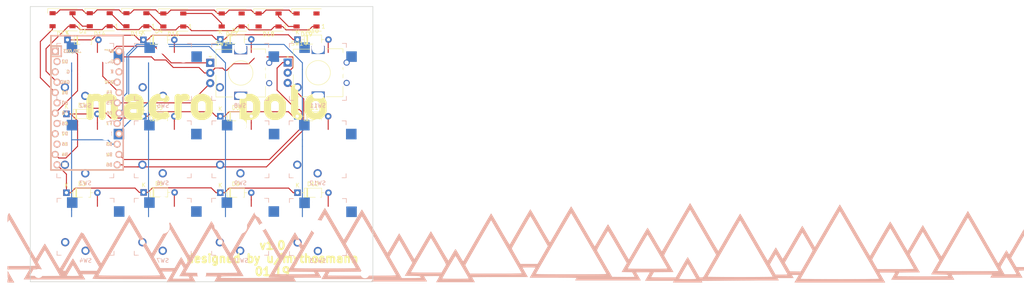
<source format=kicad_pcb>
(kicad_pcb (version 20171130) (host pcbnew "(5.0.2)-1")
  (layers (0 F.Cu signal) (31 B.Cu signal) (34 B.Paste user) (35 F.Paste user) (36 B.SilkS user) (37 F.SilkS user) (38 B.Mask user) (39 F.Mask user) (44 Edge.Cuts user))
  (net 0 "")
  (net 1 "Net-(D1-Pad1)")
  (net 2 "Net-(D1-Pad2)")
  (net 3 "Net-(D2-Pad2)")
  (net 4 "Net-(D11-Pad1)")
  (net 5 "Net-(D3-Pad2)")
  (net 6 "Net-(D12-Pad1)")
  (net 7 "Net-(D4-Pad2)")
  (net 8 "Net-(D5-Pad2)")
  (net 9 "Net-(D6-Pad2)")
  (net 10 "Net-(D7-Pad2)")
  (net 11 "Net-(D8-Pad2)")
  (net 12 "Net-(D9-Pad2)")
  (net 13 "Net-(D10-Pad2)")
  (net 14 "Net-(D11-Pad2)")
  (net 15 "Net-(D12-Pad2)")
  (net 16 "Net-(SW1-PadB)")
  (net 17 "Net-(SW1-PadC)")
  (net 18 "Net-(SW1-PadA)")
  (net 19 "Net-(SW2-Pad2)")
  (net 20 "Net-(SW5-Pad2)")
  (net 21 "Net-(SW10-Pad2)")
  (net 22 "Net-(SW11-Pad2)")
  (net 23 "Net-(SW14-PadA)")
  (net 24 "Net-(SW14-PadB)")
  (net 25 "Net-(U1-Pad24)")
  (net 26 "Net-(U1-Pad22)")
  (net 27 "Net-(U1-Pad6)")
  (net 28 "Net-(U1-Pad2)")
  (net 29 "Net-(U1-Pad1)")
  (net 30 "Net-(U1-Pad10)")
  (net 31 "Net-(U1-Pad9)")
  (net 32 "Net-(U1-Pad3)")
  (net 33 "Net-(U1-Pad8)")
  (net 34 "Net-(D13-Pad3)")
  (net 35 "Net-(D13-Pad4)")
  (net 36 "Net-(D13-Pad2)")
  (net 37 "Net-(D13-Pad1)")
  (net 38 "Net-(D14-Pad2)")
  (net 39 "Net-(D15-Pad2)")
  (net 40 "Net-(D16-Pad2)")
  (net 41 "Net-(D17-Pad2)")
  (net 42 "Net-(D18-Pad2)")
  (net 43 "Net-(D19-Pad2)")
  (module Daprice_Sockets:PG1350_optional-socket (layer F.Cu) (at 58.6105 52.959)
    (fp_text reference SW6 (at 0 8.3) (layer B.SilkS) (effects (justify mirror)))
    (fp_text value SW_Push)
    (pad 2 smd rect (at 8.275 -3.75) (size 2.6 2.6) (layers B.Cu B.Paste B.Mask) (net 20 "Net-(SW5-Pad2)"))
    (pad "" np_thru_hole circle (at 0 -5.95) (size 3 3) (drill 3) (layers *.Cu *.Mask))
    (pad 1 thru_hole circle (at 0 5.9) (size 2.032 2.032) (drill 1.27) (layers *.Cu *.Mask) (net 8 "Net-(D5-Pad2)"))
    (pad 2 thru_hole circle (at -5 3.8) (size 2.032 2.032) (drill 1.27) (layers *.Cu *.Mask) (net 20 "Net-(SW5-Pad2)"))
    (pad "" np_thru_hole circle (at 0 0) (size 3.429 3.429) (drill 3.429) (layers *.Cu *.Mask))
    (pad "" np_thru_hole circle (at 5 -3.75) (size 3 3) (drill 3) (layers *.Cu *.Mask))
    (pad 1 smd rect (at -3.275 -5.95) (size 2.6 2.6) (layers B.Cu B.Paste B.Mask) (net 8 "Net-(D5-Pad2)"))
    (pad "" np_thru_hole circle (at 5.5 0) (size 1.7018 1.7018) (drill 1.7018) (layers *.Cu *.Mask))
    (pad "" np_thru_hole circle (at -5.5 0) (size 1.7018 1.7018) (drill 1.7018) (layers *.Cu *.Mask))
  )
  (module Daprice_Sockets:PG1350_optional-socket (layer F.Cu) (at 39.5605 52.959)
    (fp_text reference SW3 (at 0 8.3) (layer B.SilkS) (effects (justify mirror)))
    (fp_text value SW_Push)
    (pad 2 smd rect (at 8.275 -3.75) (size 2.6 2.6) (layers B.Cu B.Paste B.Mask) (net 19 "Net-(SW2-Pad2)"))
    (pad "" np_thru_hole circle (at 0 -5.95) (size 3 3) (drill 3) (layers *.Cu *.Mask))
    (pad 1 thru_hole circle (at 0 5.9) (size 2.032 2.032) (drill 1.27) (layers *.Cu *.Mask) (net 3 "Net-(D2-Pad2)"))
    (pad 2 thru_hole circle (at -5 3.8) (size 2.032 2.032) (drill 1.27) (layers *.Cu *.Mask) (net 19 "Net-(SW2-Pad2)"))
    (pad "" np_thru_hole circle (at 0 0) (size 3.429 3.429) (drill 3.429) (layers *.Cu *.Mask))
    (pad "" np_thru_hole circle (at 5 -3.75) (size 3 3) (drill 3) (layers *.Cu *.Mask))
    (pad 1 smd rect (at -3.275 -5.95) (size 2.6 2.6) (layers B.Cu B.Paste B.Mask) (net 3 "Net-(D2-Pad2)"))
    (pad "" np_thru_hole circle (at 5.5 0) (size 1.7018 1.7018) (drill 1.7018) (layers *.Cu *.Mask))
    (pad "" np_thru_hole circle (at -5.5 0) (size 1.7018 1.7018) (drill 1.7018) (layers *.Cu *.Mask))
  )
  (module Daprice_Sockets:PG1350_optional-socket (layer F.Cu) (at 39.5605 33.909)
    (fp_text reference SW2 (at 0 8.3) (layer B.SilkS) (effects (justify mirror)))
    (fp_text value SW_Push)
    (pad 2 smd rect (at 8.275 -3.75) (size 2.6 2.6) (layers B.Cu B.Paste B.Mask) (net 19 "Net-(SW2-Pad2)"))
    (pad "" np_thru_hole circle (at 0 -5.95) (size 3 3) (drill 3) (layers *.Cu *.Mask))
    (pad 1 thru_hole circle (at 0 5.9) (size 2.032 2.032) (drill 1.27) (layers *.Cu *.Mask) (net 2 "Net-(D1-Pad2)"))
    (pad 2 thru_hole circle (at -5 3.8) (size 2.032 2.032) (drill 1.27) (layers *.Cu *.Mask) (net 19 "Net-(SW2-Pad2)"))
    (pad "" np_thru_hole circle (at 0 0) (size 3.429 3.429) (drill 3.429) (layers *.Cu *.Mask))
    (pad "" np_thru_hole circle (at 5 -3.75) (size 3 3) (drill 3) (layers *.Cu *.Mask))
    (pad 1 smd rect (at -3.275 -5.95) (size 2.6 2.6) (layers B.Cu B.Paste B.Mask) (net 2 "Net-(D1-Pad2)"))
    (pad "" np_thru_hole circle (at 5.5 0) (size 1.7018 1.7018) (drill 1.7018) (layers *.Cu *.Mask))
    (pad "" np_thru_hole circle (at -5.5 0) (size 1.7018 1.7018) (drill 1.7018) (layers *.Cu *.Mask))
  )
  (module Daprice_Sockets:PG1350_optional-socket (layer F.Cu) (at 39.624 72.009)
    (fp_text reference SW4 (at 0 8.3) (layer B.SilkS) (effects (justify mirror)))
    (fp_text value SW_Push)
    (pad 2 smd rect (at 8.275 -3.75) (size 2.6 2.6) (layers B.Cu B.Paste B.Mask) (net 19 "Net-(SW2-Pad2)"))
    (pad "" np_thru_hole circle (at 0 -5.95) (size 3 3) (drill 3) (layers *.Cu *.Mask))
    (pad 1 thru_hole circle (at 0 5.9) (size 2.032 2.032) (drill 1.27) (layers *.Cu *.Mask) (net 5 "Net-(D3-Pad2)"))
    (pad 2 thru_hole circle (at -5 3.8) (size 2.032 2.032) (drill 1.27) (layers *.Cu *.Mask) (net 19 "Net-(SW2-Pad2)"))
    (pad "" np_thru_hole circle (at 0 0) (size 3.429 3.429) (drill 3.429) (layers *.Cu *.Mask))
    (pad "" np_thru_hole circle (at 5 -3.75) (size 3 3) (drill 3) (layers *.Cu *.Mask))
    (pad 1 smd rect (at -3.275 -5.95) (size 2.6 2.6) (layers B.Cu B.Paste B.Mask) (net 5 "Net-(D3-Pad2)"))
    (pad "" np_thru_hole circle (at 5.5 0) (size 1.7018 1.7018) (drill 1.7018) (layers *.Cu *.Mask))
    (pad "" np_thru_hole circle (at -5.5 0) (size 1.7018 1.7018) (drill 1.7018) (layers *.Cu *.Mask))
  )
  (module Daprice_Sockets:PG1350_optional-socket (layer F.Cu) (at 58.674 33.909)
    (fp_text reference SW5 (at 0 8.3) (layer B.SilkS) (effects (justify mirror)))
    (fp_text value SW_Push)
    (pad 2 smd rect (at 8.275 -3.75) (size 2.6 2.6) (layers B.Cu B.Paste B.Mask) (net 20 "Net-(SW5-Pad2)"))
    (pad "" np_thru_hole circle (at 0 -5.95) (size 3 3) (drill 3) (layers *.Cu *.Mask))
    (pad 1 thru_hole circle (at 0 5.9) (size 2.032 2.032) (drill 1.27) (layers *.Cu *.Mask) (net 7 "Net-(D4-Pad2)"))
    (pad 2 thru_hole circle (at -5 3.8) (size 2.032 2.032) (drill 1.27) (layers *.Cu *.Mask) (net 20 "Net-(SW5-Pad2)"))
    (pad "" np_thru_hole circle (at 0 0) (size 3.429 3.429) (drill 3.429) (layers *.Cu *.Mask))
    (pad "" np_thru_hole circle (at 5 -3.75) (size 3 3) (drill 3) (layers *.Cu *.Mask))
    (pad 1 smd rect (at -3.275 -5.95) (size 2.6 2.6) (layers B.Cu B.Paste B.Mask) (net 7 "Net-(D4-Pad2)"))
    (pad "" np_thru_hole circle (at 5.5 0) (size 1.7018 1.7018) (drill 1.7018) (layers *.Cu *.Mask))
    (pad "" np_thru_hole circle (at -5.5 0) (size 1.7018 1.7018) (drill 1.7018) (layers *.Cu *.Mask))
  )
  (module Daprice_Sockets:PG1350_optional-socket (layer F.Cu) (at 58.6105 72.009)
    (fp_text reference SW7 (at 0 8.3) (layer B.SilkS) (effects (justify mirror)))
    (fp_text value SW_Push)
    (pad 2 smd rect (at 8.275 -3.75) (size 2.6 2.6) (layers B.Cu B.Paste B.Mask) (net 20 "Net-(SW5-Pad2)"))
    (pad "" np_thru_hole circle (at 0 -5.95) (size 3 3) (drill 3) (layers *.Cu *.Mask))
    (pad 1 thru_hole circle (at 0 5.9) (size 2.032 2.032) (drill 1.27) (layers *.Cu *.Mask) (net 9 "Net-(D6-Pad2)"))
    (pad 2 thru_hole circle (at -5 3.8) (size 2.032 2.032) (drill 1.27) (layers *.Cu *.Mask) (net 20 "Net-(SW5-Pad2)"))
    (pad "" np_thru_hole circle (at 0 0) (size 3.429 3.429) (drill 3.429) (layers *.Cu *.Mask))
    (pad "" np_thru_hole circle (at 5 -3.75) (size 3 3) (drill 3) (layers *.Cu *.Mask))
    (pad 1 smd rect (at -3.275 -5.95) (size 2.6 2.6) (layers B.Cu B.Paste B.Mask) (net 9 "Net-(D6-Pad2)"))
    (pad "" np_thru_hole circle (at 5.5 0) (size 1.7018 1.7018) (drill 1.7018) (layers *.Cu *.Mask))
    (pad "" np_thru_hole circle (at -5.5 0) (size 1.7018 1.7018) (drill 1.7018) (layers *.Cu *.Mask))
  )
  (module Daprice_Sockets:PG1350_optional-socket (layer F.Cu) (at 77.6605 33.909)
    (fp_text reference SW8 (at 0 8.3) (layer B.SilkS) (effects (justify mirror)))
    (fp_text value SW_Push)
    (pad 2 smd rect (at 8.275 -3.75) (size 2.6 2.6) (layers B.Cu B.Paste B.Mask) (net 21 "Net-(SW10-Pad2)"))
    (pad "" np_thru_hole circle (at 0 -5.95) (size 3 3) (drill 3) (layers *.Cu *.Mask))
    (pad 1 thru_hole circle (at 0 5.9) (size 2.032 2.032) (drill 1.27) (layers *.Cu *.Mask) (net 10 "Net-(D7-Pad2)"))
    (pad 2 thru_hole circle (at -5 3.8) (size 2.032 2.032) (drill 1.27) (layers *.Cu *.Mask) (net 21 "Net-(SW10-Pad2)"))
    (pad "" np_thru_hole circle (at 0 0) (size 3.429 3.429) (drill 3.429) (layers *.Cu *.Mask))
    (pad "" np_thru_hole circle (at 5 -3.75) (size 3 3) (drill 3) (layers *.Cu *.Mask))
    (pad 1 smd rect (at -3.275 -5.95) (size 2.6 2.6) (layers B.Cu B.Paste B.Mask) (net 10 "Net-(D7-Pad2)"))
    (pad "" np_thru_hole circle (at 5.5 0) (size 1.7018 1.7018) (drill 1.7018) (layers *.Cu *.Mask))
    (pad "" np_thru_hole circle (at -5.5 0) (size 1.7018 1.7018) (drill 1.7018) (layers *.Cu *.Mask))
  )
  (module Daprice_Sockets:PG1350_optional-socket (layer F.Cu) (at 77.724 52.959)
    (fp_text reference SW9 (at 0 8.3) (layer B.SilkS) (effects (justify mirror)))
    (fp_text value SW_Push)
    (pad 2 smd rect (at 8.275 -3.75) (size 2.6 2.6) (layers B.Cu B.Paste B.Mask) (net 21 "Net-(SW10-Pad2)"))
    (pad "" np_thru_hole circle (at 0 -5.95) (size 3 3) (drill 3) (layers *.Cu *.Mask))
    (pad 1 thru_hole circle (at 0 5.9) (size 2.032 2.032) (drill 1.27) (layers *.Cu *.Mask) (net 11 "Net-(D8-Pad2)"))
    (pad 2 thru_hole circle (at -5 3.8) (size 2.032 2.032) (drill 1.27) (layers *.Cu *.Mask) (net 21 "Net-(SW10-Pad2)"))
    (pad "" np_thru_hole circle (at 0 0) (size 3.429 3.429) (drill 3.429) (layers *.Cu *.Mask))
    (pad "" np_thru_hole circle (at 5 -3.75) (size 3 3) (drill 3) (layers *.Cu *.Mask))
    (pad 1 smd rect (at -3.275 -5.95) (size 2.6 2.6) (layers B.Cu B.Paste B.Mask) (net 11 "Net-(D8-Pad2)"))
    (pad "" np_thru_hole circle (at 5.5 0) (size 1.7018 1.7018) (drill 1.7018) (layers *.Cu *.Mask))
    (pad "" np_thru_hole circle (at -5.5 0) (size 1.7018 1.7018) (drill 1.7018) (layers *.Cu *.Mask))
  )
  (module Daprice_Sockets:PG1350_optional-socket (layer F.Cu) (at 77.6605 72.009)
    (fp_text reference SW10 (at 0 8.3) (layer B.SilkS) (effects (justify mirror)))
    (fp_text value SW_Push)
    (pad 2 smd rect (at 8.275 -3.75) (size 2.6 2.6) (layers B.Cu B.Paste B.Mask) (net 21 "Net-(SW10-Pad2)"))
    (pad "" np_thru_hole circle (at 0 -5.95) (size 3 3) (drill 3) (layers *.Cu *.Mask))
    (pad 1 thru_hole circle (at 0 5.9) (size 2.032 2.032) (drill 1.27) (layers *.Cu *.Mask) (net 12 "Net-(D9-Pad2)"))
    (pad 2 thru_hole circle (at -5 3.8) (size 2.032 2.032) (drill 1.27) (layers *.Cu *.Mask) (net 21 "Net-(SW10-Pad2)"))
    (pad "" np_thru_hole circle (at 0 0) (size 3.429 3.429) (drill 3.429) (layers *.Cu *.Mask))
    (pad "" np_thru_hole circle (at 5 -3.75) (size 3 3) (drill 3) (layers *.Cu *.Mask))
    (pad 1 smd rect (at -3.275 -5.95) (size 2.6 2.6) (layers B.Cu B.Paste B.Mask) (net 12 "Net-(D9-Pad2)"))
    (pad "" np_thru_hole circle (at 5.5 0) (size 1.7018 1.7018) (drill 1.7018) (layers *.Cu *.Mask))
    (pad "" np_thru_hole circle (at -5.5 0) (size 1.7018 1.7018) (drill 1.7018) (layers *.Cu *.Mask))
  )
  (module Daprice_Sockets:PG1350_optional-socket (layer F.Cu) (at 96.774 33.909)
    (fp_text reference SW11 (at 0 8.3) (layer B.SilkS) (effects (justify mirror)))
    (fp_text value SW_Push)
    (pad 2 smd rect (at 8.275 -3.75) (size 2.6 2.6) (layers B.Cu B.Paste B.Mask) (net 22 "Net-(SW11-Pad2)"))
    (pad "" np_thru_hole circle (at 0 -5.95) (size 3 3) (drill 3) (layers *.Cu *.Mask))
    (pad 1 thru_hole circle (at 0 5.9) (size 2.032 2.032) (drill 1.27) (layers *.Cu *.Mask) (net 13 "Net-(D10-Pad2)"))
    (pad 2 thru_hole circle (at -5 3.8) (size 2.032 2.032) (drill 1.27) (layers *.Cu *.Mask) (net 22 "Net-(SW11-Pad2)"))
    (pad "" np_thru_hole circle (at 0 0) (size 3.429 3.429) (drill 3.429) (layers *.Cu *.Mask))
    (pad "" np_thru_hole circle (at 5 -3.75) (size 3 3) (drill 3) (layers *.Cu *.Mask))
    (pad 1 smd rect (at -3.275 -5.95) (size 2.6 2.6) (layers B.Cu B.Paste B.Mask) (net 13 "Net-(D10-Pad2)"))
    (pad "" np_thru_hole circle (at 5.5 0) (size 1.7018 1.7018) (drill 1.7018) (layers *.Cu *.Mask))
    (pad "" np_thru_hole circle (at -5.5 0) (size 1.7018 1.7018) (drill 1.7018) (layers *.Cu *.Mask))
  )
  (module Daprice_Sockets:PG1350_optional-socket (layer F.Cu) (at 96.7105 52.959)
    (fp_text reference SW12 (at 0 8.3) (layer B.SilkS) (effects (justify mirror)))
    (fp_text value SW_Push)
    (pad 2 smd rect (at 8.275 -3.75) (size 2.6 2.6) (layers B.Cu B.Paste B.Mask) (net 22 "Net-(SW11-Pad2)"))
    (pad "" np_thru_hole circle (at 0 -5.95) (size 3 3) (drill 3) (layers *.Cu *.Mask))
    (pad 1 thru_hole circle (at 0 5.9) (size 2.032 2.032) (drill 1.27) (layers *.Cu *.Mask) (net 14 "Net-(D11-Pad2)"))
    (pad 2 thru_hole circle (at -5 3.8) (size 2.032 2.032) (drill 1.27) (layers *.Cu *.Mask) (net 22 "Net-(SW11-Pad2)"))
    (pad "" np_thru_hole circle (at 0 0) (size 3.429 3.429) (drill 3.429) (layers *.Cu *.Mask))
    (pad "" np_thru_hole circle (at 5 -3.75) (size 3 3) (drill 3) (layers *.Cu *.Mask))
    (pad 1 smd rect (at -3.275 -5.95) (size 2.6 2.6) (layers B.Cu B.Paste B.Mask) (net 14 "Net-(D11-Pad2)"))
    (pad "" np_thru_hole circle (at 5.5 0) (size 1.7018 1.7018) (drill 1.7018) (layers *.Cu *.Mask))
    (pad "" np_thru_hole circle (at -5.5 0) (size 1.7018 1.7018) (drill 1.7018) (layers *.Cu *.Mask))
  )
  (module Daprice_Sockets:PG1350_optional-socket (layer F.Cu) (at 96.774 72.0725)
    (fp_text reference SW13 (at 0 8.3) (layer B.SilkS) (effects (justify mirror)))
    (fp_text value SW_Push)
    (pad 2 smd rect (at 8.275 -3.75) (size 2.6 2.6) (layers B.Cu B.Paste B.Mask) (net 22 "Net-(SW11-Pad2)"))
    (pad "" np_thru_hole circle (at 0 -5.95) (size 3 3) (drill 3) (layers *.Cu *.Mask))
    (pad 1 thru_hole circle (at 0 5.9) (size 2.032 2.032) (drill 1.27) (layers *.Cu *.Mask) (net 15 "Net-(D12-Pad2)"))
    (pad 2 thru_hole circle (at -5 3.8) (size 2.032 2.032) (drill 1.27) (layers *.Cu *.Mask) (net 22 "Net-(SW11-Pad2)"))
    (pad "" np_thru_hole circle (at 0 0) (size 3.429 3.429) (drill 3.429) (layers *.Cu *.Mask))
    (pad "" np_thru_hole circle (at 5 -3.75) (size 3 3) (drill 3) (layers *.Cu *.Mask))
    (pad 1 smd rect (at -3.275 -5.95) (size 2.6 2.6) (layers B.Cu B.Paste B.Mask) (net 15 "Net-(D12-Pad2)"))
    (pad "" np_thru_hole circle (at 5.5 0) (size 1.7018 1.7018) (drill 1.7018) (layers *.Cu *.Mask))
    (pad "" np_thru_hole circle (at -5.5 0) (size 1.7018 1.7018) (drill 1.7018) (layers *.Cu *.Mask))
  )
  (module Diode_THT:D_DO-35_SOD27_P7.62mm_Horizontal (layer F.Cu) (at 35.179 26.035)
    (fp_text reference D1 (at 3.81 -2.12) (layer F.SilkS))
    (fp_text value D)
    (fp_text user K (at 0 -1.8) (layer F.SilkS))
    (pad 1 thru_hole rect (at 0 0) (size 1.6 1.6) (drill 0.8) (layers *.Cu *.Mask) (net 1 "Net-(D1-Pad1)"))
    (pad 2 thru_hole oval (at 7.62 0) (size 1.6 1.6) (drill 0.8) (layers *.Cu *.Mask) (net 2 "Net-(D1-Pad2)"))
  )
  (module Diode_THT:D_DO-35_SOD27_P7.62mm_Horizontal (layer F.Cu) (at 34.925 44.2595)
    (fp_text reference D2 (at 3.81 -2.12) (layer F.SilkS))
    (fp_text value D)
    (fp_text user K (at 0 -1.8) (layer F.SilkS))
    (pad 2 thru_hole oval (at 7.62 0) (size 1.6 1.6) (drill 0.8) (layers *.Cu *.Mask) (net 3 "Net-(D2-Pad2)"))
    (pad 1 thru_hole rect (at 0 0) (size 1.6 1.6) (drill 0.8) (layers *.Cu *.Mask) (net 4 "Net-(D11-Pad1)"))
  )
  (module Diode_THT:D_DO-35_SOD27_P7.62mm_Horizontal (layer F.Cu) (at 34.925 63.627)
    (fp_text reference D3 (at 3.81 -2.12) (layer F.SilkS))
    (fp_text value D)
    (fp_text user K (at 0 -1.8) (layer F.SilkS))
    (pad 2 thru_hole oval (at 7.62 0) (size 1.6 1.6) (drill 0.8) (layers *.Cu *.Mask) (net 5 "Net-(D3-Pad2)"))
    (pad 1 thru_hole rect (at 0 0) (size 1.6 1.6) (drill 0.8) (layers *.Cu *.Mask) (net 6 "Net-(D12-Pad1)"))
  )
  (module Diode_THT:D_DO-35_SOD27_P7.62mm_Horizontal (layer F.Cu) (at 53.848 26.035)
    (fp_text reference D4 (at 3.81 -2.12) (layer F.SilkS))
    (fp_text value D)
    (fp_text user K (at 0 -1.8) (layer F.SilkS))
    (pad 1 thru_hole rect (at 0 0) (size 1.6 1.6) (drill 0.8) (layers *.Cu *.Mask) (net 1 "Net-(D1-Pad1)"))
    (pad 2 thru_hole oval (at 7.62 0) (size 1.6 1.6) (drill 0.8) (layers *.Cu *.Mask) (net 7 "Net-(D4-Pad2)"))
  )
  (module Diode_THT:D_DO-35_SOD27_P7.62mm_Horizontal (layer F.Cu) (at 53.848 44.831)
    (fp_text reference D5 (at 3.81 -2.12) (layer F.SilkS))
    (fp_text value D)
    (fp_text user K (at 0 -1.8) (layer F.SilkS))
    (pad 1 thru_hole rect (at 0 0) (size 1.6 1.6) (drill 0.8) (layers *.Cu *.Mask) (net 4 "Net-(D11-Pad1)"))
    (pad 2 thru_hole oval (at 7.62 0) (size 1.6 1.6) (drill 0.8) (layers *.Cu *.Mask) (net 8 "Net-(D5-Pad2)"))
  )
  (module Diode_THT:D_DO-35_SOD27_P7.62mm_Horizontal (layer F.Cu) (at 53.9115 63.5635)
    (fp_text reference D6 (at 3.81 -2.12) (layer F.SilkS))
    (fp_text value D)
    (fp_text user K (at 0 -1.8) (layer F.SilkS))
    (pad 1 thru_hole rect (at 0 0) (size 1.6 1.6) (drill 0.8) (layers *.Cu *.Mask) (net 6 "Net-(D12-Pad1)"))
    (pad 2 thru_hole oval (at 7.62 0) (size 1.6 1.6) (drill 0.8) (layers *.Cu *.Mask) (net 9 "Net-(D6-Pad2)"))
  )
  (module Diode_THT:D_DO-35_SOD27_P7.62mm_Horizontal (layer F.Cu) (at 72.771 25.908)
    (fp_text reference D7 (at 3.81 -2.12) (layer F.SilkS))
    (fp_text value D)
    (fp_text user K (at 0 -1.8) (layer F.SilkS))
    (pad 1 thru_hole rect (at 0 0) (size 1.6 1.6) (drill 0.8) (layers *.Cu *.Mask) (net 1 "Net-(D1-Pad1)"))
    (pad 2 thru_hole oval (at 7.62 0) (size 1.6 1.6) (drill 0.8) (layers *.Cu *.Mask) (net 10 "Net-(D7-Pad2)"))
  )
  (module Diode_THT:D_DO-35_SOD27_P7.62mm_Horizontal (layer F.Cu) (at 72.771 44.831)
    (fp_text reference D8 (at 3.81 -2.12) (layer F.SilkS))
    (fp_text value D)
    (fp_text user K (at 0 -1.8) (layer F.SilkS))
    (pad 2 thru_hole oval (at 7.62 0) (size 1.6 1.6) (drill 0.8) (layers *.Cu *.Mask) (net 11 "Net-(D8-Pad2)"))
    (pad 1 thru_hole rect (at 0 0) (size 1.6 1.6) (drill 0.8) (layers *.Cu *.Mask) (net 4 "Net-(D11-Pad1)"))
  )
  (module Diode_THT:D_DO-35_SOD27_P7.62mm_Horizontal (layer F.Cu) (at 72.771 63.627)
    (fp_text reference D9 (at 3.81 -2.12) (layer F.SilkS))
    (fp_text value D)
    (fp_text user K (at 0 -1.8) (layer F.SilkS))
    (pad 2 thru_hole oval (at 7.62 0) (size 1.6 1.6) (drill 0.8) (layers *.Cu *.Mask) (net 12 "Net-(D9-Pad2)"))
    (pad 1 thru_hole rect (at 0 0) (size 1.6 1.6) (drill 0.8) (layers *.Cu *.Mask) (net 6 "Net-(D12-Pad1)"))
  )
  (module Diode_THT:D_DO-35_SOD27_P7.62mm_Horizontal (layer F.Cu) (at 91.7575 25.9715)
    (fp_text reference D10 (at 3.81 -2.12) (layer F.SilkS))
    (fp_text value D)
    (fp_text user K (at 0 -1.8) (layer F.SilkS))
    (pad 2 thru_hole oval (at 7.62 0) (size 1.6 1.6) (drill 0.8) (layers *.Cu *.Mask) (net 13 "Net-(D10-Pad2)"))
    (pad 1 thru_hole rect (at 0 0) (size 1.6 1.6) (drill 0.8) (layers *.Cu *.Mask) (net 1 "Net-(D1-Pad1)"))
  )
  (module Diode_THT:D_DO-35_SOD27_P7.62mm_Horizontal (layer F.Cu) (at 91.694 44.831)
    (fp_text reference D11 (at 3.81 -2.12) (layer F.SilkS))
    (fp_text value D)
    (fp_text user K (at 0 -1.8) (layer F.SilkS))
    (pad 1 thru_hole rect (at 0 0) (size 1.6 1.6) (drill 0.8) (layers *.Cu *.Mask) (net 4 "Net-(D11-Pad1)"))
    (pad 2 thru_hole oval (at 7.62 0) (size 1.6 1.6) (drill 0.8) (layers *.Cu *.Mask) (net 14 "Net-(D11-Pad2)"))
  )
  (module Diode_THT:D_DO-35_SOD27_P7.62mm_Horizontal (layer F.Cu) (at 91.7575 63.627)
    (fp_text reference D12 (at 3.81 -2.12) (layer F.SilkS))
    (fp_text value D)
    (fp_text user K (at 0 -1.8) (layer F.SilkS))
    (pad 2 thru_hole oval (at 7.62 0) (size 1.6 1.6) (drill 0.8) (layers *.Cu *.Mask) (net 15 "Net-(D12-Pad2)"))
    (pad 1 thru_hole rect (at 0 0) (size 1.6 1.6) (drill 0.8) (layers *.Cu *.Mask) (net 6 "Net-(D12-Pad1)"))
  )
  (module Rotary_Encoder:RotaryEncoder_Alps_EC11E_Vertical_H20mm (layer F.Cu) (at 70.2945 31.6865)
    (fp_text reference SW1 (at 2.8 -4.7) (layer F.SilkS))
    (fp_text value Rotary_Encoder)
    (pad "" thru_hole circle (at 14.5 5) (size 1.5 1.5) (drill 1) (layers *.Cu *.Mask))
    (pad "" thru_hole circle (at 14.5 0) (size 1.5 1.5) (drill 1) (layers *.Cu *.Mask))
    (pad MP thru_hole rect (at 7.5 8.1) (size 3.2 2) (drill oval 2.8 1.5) (layers *.Cu *.Mask))
    (pad MP thru_hole rect (at 7.5 -3.1) (size 3.2 2) (drill oval 2.8 1.5) (layers *.Cu *.Mask))
    (pad B thru_hole circle (at 0 5) (size 2 2) (drill 1) (layers *.Cu *.Mask) (net 16 "Net-(SW1-PadB)"))
    (pad C thru_hole circle (at 0 2.5) (size 2 2) (drill 1) (layers *.Cu *.Mask) (net 17 "Net-(SW1-PadC)"))
    (pad A thru_hole rect (at 0 0) (size 2 2) (drill 1) (layers *.Cu *.Mask) (net 18 "Net-(SW1-PadA)"))
  )
  (module Rotary_Encoder:RotaryEncoder_Alps_EC11E_Vertical_H20mm (layer F.Cu) (at 89.3445 31.623)
    (fp_text reference SW14 (at 2.8 -4.7) (layer F.SilkS))
    (fp_text value Rotary_Encoder)
    (pad A thru_hole rect (at 0 0) (size 2 2) (drill 1) (layers *.Cu *.Mask) (net 23 "Net-(SW14-PadA)"))
    (pad C thru_hole circle (at 0 2.5) (size 2 2) (drill 1) (layers *.Cu *.Mask) (net 17 "Net-(SW1-PadC)"))
    (pad B thru_hole circle (at 0 5) (size 2 2) (drill 1) (layers *.Cu *.Mask) (net 24 "Net-(SW14-PadB)"))
    (pad MP thru_hole rect (at 7.5 -3.1) (size 3.2 2) (drill oval 2.8 1.5) (layers *.Cu *.Mask))
    (pad MP thru_hole rect (at 7.5 8.1) (size 3.2 2) (drill oval 2.8 1.5) (layers *.Cu *.Mask))
    (pad "" thru_hole circle (at 14.5 0) (size 1.5 1.5) (drill 1) (layers *.Cu *.Mask))
    (pad "" thru_hole circle (at 14.5 5) (size 1.5 1.5) (drill 1) (layers *.Cu *.Mask))
  )
  (module Keebio:ArduinoProMicro-ZigZag (layer F.Cu) (at 40.005 42.799 270)
    (fp_text reference U1 hide)
    (fp_text value ProMicro hide)
    (fp_text user ST (at -8.91 -5.04) (layer B.SilkS) (effects (font (size 0.8 0.8)) (justify mirror)))
    (fp_text user TX0/D3 (at -13.97 3.571872) (layer F.SilkS) (effects (font (size 0.8 0.8))))
    (fp_text user TX0/D3 (at -13.97 3.571872) (layer B.SilkS) (effects (font (size 0.8 0.8)) (justify mirror)))
    (fp_text user D2 (at -11.43 5.461) (layer F.SilkS) (effects (font (size 0.8 0.8))))
    (fp_text user D0 (at -1.27 5.461) (layer F.SilkS) (effects (font (size 0.8 0.8))))
    (fp_text user D1 (at -3.81 5.461) (layer F.SilkS) (effects (font (size 0.8 0.8))))
    (fp_text user GND (at -6.35 5.461) (layer F.SilkS) (effects (font (size 0.8 0.8))))
    (fp_text user GND (at -8.89 5.461) (layer F.SilkS) (effects (font (size 0.8 0.8))))
    (fp_text user D4 (at 1.27 5.461) (layer F.SilkS) (effects (font (size 0.8 0.8))))
    (fp_text user C6 (at 3.81 5.461) (layer F.SilkS) (effects (font (size 0.8 0.8))))
    (fp_text user D7 (at 6.35 5.461) (layer F.SilkS) (effects (font (size 0.8 0.8))))
    (fp_text user E6 (at 8.89 5.461) (layer F.SilkS) (effects (font (size 0.8 0.8))))
    (fp_text user B4 (at 11.43 5.461) (layer F.SilkS) (effects (font (size 0.8 0.8))))
    (fp_text user B5 (at 13.97 5.461) (layer F.SilkS) (effects (font (size 0.8 0.8))))
    (fp_text user B6 (at 13.97 -5.461) (layer F.SilkS) (effects (font (size 0.8 0.8))))
    (fp_text user B2 (at 11.43 -5.461) (layer B.SilkS) (effects (font (size 0.8 0.8)) (justify mirror)))
    (fp_text user B3 (at 8.89 -5.461) (layer F.SilkS) (effects (font (size 0.8 0.8))))
    (fp_text user B1 (at 6.35 -5.461) (layer F.SilkS) (effects (font (size 0.8 0.8))))
    (fp_text user F7 (at 3.81 -5.461) (layer B.SilkS) (effects (font (size 0.8 0.8)) (justify mirror)))
    (fp_text user F6 (at 1.27 -5.461) (layer B.SilkS) (effects (font (size 0.8 0.8)) (justify mirror)))
    (fp_text user F5 (at -1.27 -5.461) (layer B.SilkS) (effects (font (size 0.8 0.8)) (justify mirror)))
    (fp_text user F4 (at -3.81 -5.461) (layer F.SilkS) (effects (font (size 0.8 0.8))))
    (fp_text user VCC (at -6.35 -5.461) (layer F.SilkS) (effects (font (size 0.8 0.8))))
    (fp_text user ST (at -8.92 -5.73312) (layer F.SilkS) (effects (font (size 0.8 0.8))))
    (fp_text user GND (at -11.43 -5.461) (layer F.SilkS) (effects (font (size 0.8 0.8))))
    (fp_text user RAW (at -13.97 -5.461) (layer F.SilkS) (effects (font (size 0.8 0.8))))
    (fp_text user RAW (at -13.97 -5.461) (layer B.SilkS) (effects (font (size 0.8 0.8)) (justify mirror)))
    (fp_text user GND (at -11.43 -5.461) (layer B.SilkS) (effects (font (size 0.8 0.8)) (justify mirror)))
    (fp_text user VCC (at -6.35 -5.461) (layer B.SilkS) (effects (font (size 0.8 0.8)) (justify mirror)))
    (fp_text user F4 (at -3.81 -5.461) (layer B.SilkS) (effects (font (size 0.8 0.8)) (justify mirror)))
    (fp_text user F5 (at -1.27 -5.461) (layer F.SilkS) (effects (font (size 0.8 0.8))))
    (fp_text user F6 (at 1.27 -5.461) (layer F.SilkS) (effects (font (size 0.8 0.8))))
    (fp_text user F7 (at 3.81 -5.461) (layer F.SilkS) (effects (font (size 0.8 0.8))))
    (fp_text user B1 (at 6.35 -5.461) (layer B.SilkS) (effects (font (size 0.8 0.8)) (justify mirror)))
    (fp_text user B3 (at 8.89 -5.461) (layer B.SilkS) (effects (font (size 0.8 0.8)) (justify mirror)))
    (fp_text user B2 (at 11.43 -5.461) (layer F.SilkS) (effects (font (size 0.8 0.8))))
    (fp_text user B6 (at 13.97 -5.461) (layer B.SilkS) (effects (font (size 0.8 0.8)) (justify mirror)))
    (fp_text user B5 (at 13.97 5.461) (layer B.SilkS) (effects (font (size 0.8 0.8)) (justify mirror)))
    (fp_text user B4 (at 11.43 5.461) (layer B.SilkS) (effects (font (size 0.8 0.8)) (justify mirror)))
    (fp_text user E6 (at 8.89 5.461) (layer B.SilkS) (effects (font (size 0.8 0.8)) (justify mirror)))
    (fp_text user D7 (at 6.35 5.461) (layer B.SilkS) (effects (font (size 0.8 0.8)) (justify mirror)))
    (fp_text user C6 (at 3.81 5.461) (layer B.SilkS) (effects (font (size 0.8 0.8)) (justify mirror)))
    (fp_text user D4 (at 1.27 5.461) (layer B.SilkS) (effects (font (size 0.8 0.8)) (justify mirror)))
    (fp_text user GND (at -8.89 5.461) (layer B.SilkS) (effects (font (size 0.8 0.8)) (justify mirror)))
    (fp_text user GND (at -6.35 5.461) (layer B.SilkS) (effects (font (size 0.8 0.8)) (justify mirror)))
    (fp_text user D1 (at -3.81 5.461) (layer B.SilkS) (effects (font (size 0.8 0.8)) (justify mirror)))
    (fp_text user D0 (at -1.27 5.461) (layer B.SilkS) (effects (font (size 0.8 0.8)) (justify mirror)))
    (fp_text user D2 (at -11.43 5.461) (layer B.SilkS) (effects (font (size 0.8 0.8)) (justify mirror)))
    (pad 24 thru_hole circle (at -13.97 -7.8486 270) (size 1.7526 1.7526) (drill 1.0922) (layers *.Cu *.SilkS *.Mask) (net 25 "Net-(U1-Pad24)"))
    (pad 12 thru_hole circle (at 13.97 7.3914 270) (size 1.7526 1.7526) (drill 1.0922) (layers *.Cu *.SilkS *.Mask) (net 6 "Net-(D12-Pad1)"))
    (pad 23 thru_hole circle (at -11.43 -7.3914 270) (size 1.7526 1.7526) (drill 1.0922) (layers *.Cu *.SilkS *.Mask) (net 17 "Net-(SW1-PadC)"))
    (pad 22 thru_hole circle (at -8.89 -7.8486 270) (size 1.7526 1.7526) (drill 1.0922) (layers *.Cu *.SilkS *.Mask) (net 26 "Net-(U1-Pad22)"))
    (pad 21 thru_hole circle (at -6.35 -7.3914 270) (size 1.7526 1.7526) (drill 1.0922) (layers *.Cu *.SilkS *.Mask) (net 34 "Net-(D13-Pad3)"))
    (pad 20 thru_hole circle (at -3.81 -7.8486 270) (size 1.7526 1.7526) (drill 1.0922) (layers *.Cu *.SilkS *.Mask) (net 18 "Net-(SW1-PadA)"))
    (pad 19 thru_hole circle (at -1.27 -7.3914 270) (size 1.7526 1.7526) (drill 1.0922) (layers *.Cu *.SilkS *.Mask) (net 16 "Net-(SW1-PadB)"))
    (pad 18 thru_hole circle (at 1.27 -7.8486 270) (size 1.7526 1.7526) (drill 1.0922) (layers *.Cu *.SilkS *.Mask) (net 22 "Net-(SW11-Pad2)"))
    (pad 17 thru_hole circle (at 3.81 -7.3914 270) (size 1.7526 1.7526) (drill 1.0922) (layers *.Cu *.SilkS *.Mask) (net 21 "Net-(SW10-Pad2)"))
    (pad 16 thru_hole circle (at 6.35 -7.8486 270) (size 1.7526 1.7526) (drill 1.0922) (layers *.Cu *.SilkS *.Mask) (net 20 "Net-(SW5-Pad2)"))
    (pad 15 thru_hole circle (at 8.89 -7.3914 270) (size 1.7526 1.7526) (drill 1.0922) (layers *.Cu *.SilkS *.Mask) (net 19 "Net-(SW2-Pad2)"))
    (pad 14 thru_hole circle (at 11.43 -7.8486 270) (size 1.7526 1.7526) (drill 1.0922) (layers *.Cu *.SilkS *.Mask) (net 23 "Net-(SW14-PadA)"))
    (pad 13 thru_hole circle (at 13.97 -7.3914 270) (size 1.7526 1.7526) (drill 1.0922) (layers *.Cu *.SilkS *.Mask) (net 24 "Net-(SW14-PadB)"))
    (pad 11 thru_hole circle (at 11.43 7.8486 270) (size 1.7526 1.7526) (drill 1.0922) (layers *.Cu *.SilkS *.Mask) (net 4 "Net-(D11-Pad1)"))
    (pad 10 thru_hole circle (at 8.89 7.3914 270) (size 1.7526 1.7526) (drill 1.0922) (layers *.Cu *.SilkS *.Mask) (net 30 "Net-(U1-Pad10)"))
    (pad 9 thru_hole circle (at 6.35 7.8486 270) (size 1.7526 1.7526) (drill 1.0922) (layers *.Cu *.SilkS *.Mask) (net 31 "Net-(U1-Pad9)"))
    (pad 8 thru_hole circle (at 3.81 7.3914 270) (size 1.7526 1.7526) (drill 1.0922) (layers *.Cu *.SilkS *.Mask) (net 33 "Net-(U1-Pad8)"))
    (pad 7 thru_hole circle (at 1.27 7.8486 270) (size 1.7526 1.7526) (drill 1.0922) (layers *.Cu *.SilkS *.Mask) (net 1 "Net-(D1-Pad1)"))
    (pad 6 thru_hole circle (at -1.27 7.3914 270) (size 1.7526 1.7526) (drill 1.0922) (layers *.Cu *.SilkS *.Mask) (net 27 "Net-(U1-Pad6)"))
    (pad 5 thru_hole circle (at -3.81 7.8486 270) (size 1.7526 1.7526) (drill 1.0922) (layers *.Cu *.SilkS *.Mask) (net 35 "Net-(D13-Pad4)"))
    (pad 4 thru_hole circle (at -6.35 7.3914 270) (size 1.7526 1.7526) (drill 1.0922) (layers *.Cu *.SilkS *.Mask) (net 37 "Net-(D13-Pad1)"))
    (pad 3 thru_hole circle (at -8.89 7.8486 270) (size 1.7526 1.7526) (drill 1.0922) (layers *.Cu *.SilkS *.Mask) (net 32 "Net-(U1-Pad3)"))
    (pad 2 thru_hole circle (at -11.43 7.3914 270) (size 1.7526 1.7526) (drill 1.0922) (layers *.Cu *.SilkS *.Mask) (net 28 "Net-(U1-Pad2)"))
    (pad 1 thru_hole rect (at -13.97 7.8486 270) (size 1.7526 1.7526) (drill 1.0922) (layers *.Cu *.SilkS *.Mask) (net 29 "Net-(U1-Pad1)"))
  )
  (module MountingHole:MountingHole_2.2mm_M2 (layer F.Cu) (at 28.067 22.352)
    (fp_text reference REF** hide)
    (fp_text value MountingHole_2.2mm_M2)
    (pad 1 np_thru_hole circle (at 0 0) (size 2.2 2.2) (drill 2.2) (layers *.Cu *.Mask))
  )
  (module MountingHole:MountingHole_2.2mm_M2 (layer F.Cu) (at 68.1355 22.352)
    (fp_text reference REF** hide)
    (fp_text value MountingHole_2.2mm_M2)
    (pad 1 np_thru_hole circle (at 0 0) (size 2.2 2.2) (drill 2.2) (layers *.Cu *.Mask))
  )
  (module MountingHole:MountingHole_2.2mm_M2 (layer F.Cu) (at 108.204 22.4155)
    (fp_text reference REF** hide)
    (fp_text value MountingHole_2.2mm_M2)
    (pad 1 np_thru_hole circle (at 0 0) (size 2.2 2.2) (drill 2.2) (layers *.Cu *.Mask))
  )
  (module MountingHole:MountingHole_2.2mm_M2 (layer F.Cu) (at 108.331 83.566)
    (fp_text reference REF** hide)
    (fp_text value MountingHole_2.2mm_M2)
    (pad 1 np_thru_hole circle (at 0 0) (size 2.2 2.2) (drill 2.2) (layers *.Cu *.Mask))
  )
  (module MountingHole:MountingHole_2.2mm_M2 (layer F.Cu) (at 68.199 83.566)
    (fp_text reference REF** hide)
    (fp_text value MountingHole_2.2mm_M2)
    (pad 1 np_thru_hole circle (at 0 0) (size 2.2 2.2) (drill 2.2) (layers *.Cu *.Mask))
  )
  (module MountingHole:MountingHole_2.2mm_M2 (layer F.Cu) (at 28.067 83.5025)
    (fp_text reference REF** hide)
    (fp_text value MountingHole_2.2mm_M2)
    (pad 1 np_thru_hole circle (at 0 0) (size 2.2 2.2) (drill 2.2) (layers *.Cu *.Mask))
  )
  (module 4x5macro:forest (layer B.Cu) (at 145.4785 76.073 180)
    (fp_text reference G*** hide)
    (fp_text value LOGO hide)
  )
  (module LED_SMD:LED_WS2812B_PLCC4_5.0x5.0mm_P3.2mm (layer F.Cu) (at 33.9725 21.082 180)
    (fp_text reference D13 (at 0 -3.5 180) (layer F.SilkS))
    (fp_text value WS2812B)
    (fp_text user 1 (at -4.15 -1.6 180) (layer F.SilkS))
    (pad 3 smd rect (at 2.45 1.6 180) (size 1.5 1) (layers F.Cu F.Paste F.Mask) (net 34 "Net-(D13-Pad3)"))
    (pad 4 smd rect (at 2.45 -1.6 180) (size 1.5 1) (layers F.Cu F.Paste F.Mask) (net 35 "Net-(D13-Pad4)"))
    (pad 2 smd rect (at -2.45 1.6 180) (size 1.5 1) (layers F.Cu F.Paste F.Mask) (net 36 "Net-(D13-Pad2)"))
    (pad 1 smd rect (at -2.45 -1.6 180) (size 1.5 1) (layers F.Cu F.Paste F.Mask) (net 37 "Net-(D13-Pad1)"))
  )
  (module LED_SMD:LED_WS2812B_PLCC4_5.0x5.0mm_P3.2mm (layer F.Cu) (at 43.1165 21.082 180)
    (fp_text reference D14 (at 0 -3.5 180) (layer F.SilkS))
    (fp_text value WS2812B)
    (fp_text user 1 (at -4.15 -1.6 180) (layer F.SilkS))
    (pad 1 smd rect (at -2.45 -1.6 180) (size 1.5 1) (layers F.Cu F.Paste F.Mask) (net 37 "Net-(D13-Pad1)"))
    (pad 2 smd rect (at -2.45 1.6 180) (size 1.5 1) (layers F.Cu F.Paste F.Mask) (net 38 "Net-(D14-Pad2)"))
    (pad 4 smd rect (at 2.45 -1.6 180) (size 1.5 1) (layers F.Cu F.Paste F.Mask) (net 36 "Net-(D13-Pad2)"))
    (pad 3 smd rect (at 2.45 1.6 180) (size 1.5 1) (layers F.Cu F.Paste F.Mask) (net 34 "Net-(D13-Pad3)"))
  )
  (module LED_SMD:LED_WS2812B_PLCC4_5.0x5.0mm_P3.2mm (layer F.Cu) (at 52.1335 21.082 180)
    (fp_text reference D15 (at 0 -3.5 180) (layer F.SilkS))
    (fp_text value WS2812B)
    (fp_text user 1 (at -4.15 -1.6 180) (layer F.SilkS))
    (pad 3 smd rect (at 2.45 1.6 180) (size 1.5 1) (layers F.Cu F.Paste F.Mask) (net 34 "Net-(D13-Pad3)"))
    (pad 4 smd rect (at 2.45 -1.6 180) (size 1.5 1) (layers F.Cu F.Paste F.Mask) (net 38 "Net-(D14-Pad2)"))
    (pad 2 smd rect (at -2.45 1.6 180) (size 1.5 1) (layers F.Cu F.Paste F.Mask) (net 39 "Net-(D15-Pad2)"))
    (pad 1 smd rect (at -2.45 -1.6 180) (size 1.5 1) (layers F.Cu F.Paste F.Mask) (net 37 "Net-(D13-Pad1)"))
  )
  (module LED_SMD:LED_WS2812B_PLCC4_5.0x5.0mm_P3.2mm (layer F.Cu) (at 61.214 21.1455 180)
    (fp_text reference D16 (at 0 -3.5 180) (layer F.SilkS))
    (fp_text value WS2812B)
    (fp_text user 1 (at -4.15 -1.6 180) (layer F.SilkS))
    (pad 1 smd rect (at -2.45 -1.6 180) (size 1.5 1) (layers F.Cu F.Paste F.Mask) (net 37 "Net-(D13-Pad1)"))
    (pad 2 smd rect (at -2.45 1.6 180) (size 1.5 1) (layers F.Cu F.Paste F.Mask) (net 40 "Net-(D16-Pad2)"))
    (pad 4 smd rect (at 2.45 -1.6 180) (size 1.5 1) (layers F.Cu F.Paste F.Mask) (net 39 "Net-(D15-Pad2)"))
    (pad 3 smd rect (at 2.45 1.6 180) (size 1.5 1) (layers F.Cu F.Paste F.Mask) (net 34 "Net-(D13-Pad3)"))
  )
  (module LED_SMD:LED_WS2812B_PLCC4_5.0x5.0mm_P3.2mm (layer F.Cu) (at 75.565 21.1455 180)
    (fp_text reference D17 (at 0 -3.5 180) (layer F.SilkS))
    (fp_text value WS2812B)
    (fp_text user 1 (at -4.15 -1.6 180) (layer F.SilkS))
    (pad 3 smd rect (at 2.45 1.6 180) (size 1.5 1) (layers F.Cu F.Paste F.Mask) (net 34 "Net-(D13-Pad3)"))
    (pad 4 smd rect (at 2.45 -1.6 180) (size 1.5 1) (layers F.Cu F.Paste F.Mask) (net 40 "Net-(D16-Pad2)"))
    (pad 2 smd rect (at -2.45 1.6 180) (size 1.5 1) (layers F.Cu F.Paste F.Mask) (net 41 "Net-(D17-Pad2)"))
    (pad 1 smd rect (at -2.45 -1.6 180) (size 1.5 1) (layers F.Cu F.Paste F.Mask) (net 37 "Net-(D13-Pad1)"))
  )
  (module LED_SMD:LED_WS2812B_PLCC4_5.0x5.0mm_P3.2mm (layer F.Cu) (at 84.6455 21.1455 180)
    (fp_text reference D18 (at 0 -3.5 180) (layer F.SilkS))
    (fp_text value WS2812B)
    (fp_text user 1 (at -4.15 -1.6 180) (layer F.SilkS))
    (pad 1 smd rect (at -2.45 -1.6 180) (size 1.5 1) (layers F.Cu F.Paste F.Mask) (net 37 "Net-(D13-Pad1)"))
    (pad 2 smd rect (at -2.45 1.6 180) (size 1.5 1) (layers F.Cu F.Paste F.Mask) (net 42 "Net-(D18-Pad2)"))
    (pad 4 smd rect (at 2.45 -1.6 180) (size 1.5 1) (layers F.Cu F.Paste F.Mask) (net 41 "Net-(D17-Pad2)"))
    (pad 3 smd rect (at 2.45 1.6 180) (size 1.5 1) (layers F.Cu F.Paste F.Mask) (net 34 "Net-(D13-Pad3)"))
  )
  (module LED_SMD:LED_WS2812B_PLCC4_5.0x5.0mm_P3.2mm (layer F.Cu) (at 93.98 21.1455 180)
    (fp_text reference D19 (at 0 -3.5 180) (layer F.SilkS))
    (fp_text value WS2812B)
    (fp_text user 1 (at -4.15 -1.6 180) (layer F.SilkS))
    (pad 3 smd rect (at 2.45 1.6 180) (size 1.5 1) (layers F.Cu F.Paste F.Mask) (net 34 "Net-(D13-Pad3)"))
    (pad 4 smd rect (at 2.45 -1.6 180) (size 1.5 1) (layers F.Cu F.Paste F.Mask) (net 42 "Net-(D18-Pad2)"))
    (pad 2 smd rect (at -2.45 1.6 180) (size 1.5 1) (layers F.Cu F.Paste F.Mask) (net 43 "Net-(D19-Pad2)"))
    (pad 1 smd rect (at -2.45 -1.6 180) (size 1.5 1) (layers F.Cu F.Paste F.Mask) (net 37 "Net-(D13-Pad1)"))
  )
  (gr_text "v1.0\ndesigned by u/mythosmann\n01.19" (at 85.598 79.8195) (layer F.SilkS) (effects (font (size 2 2) (thickness 0.5))))
  (gr_text "macro polo" (at 69.215 41.7195) (layer F.SilkS) (effects (font (size 7 7) (thickness 1.75))))
  (gr_line (start 26.035 85.5345) (end 26.035 17.8435) (layer Edge.Cuts) (width 0.15))
  (gr_line (start 110.2995 85.5345) (end 26.035 85.5345) (layer Edge.Cuts) (width 0.15))
  (gr_line (start 110.2995 17.8435) (end 110.2995 85.5345) (layer Edge.Cuts) (width 0.15))
  (gr_line (start 26.035 17.8435) (end 110.2995 17.8435) (layer Edge.Cuts) (width 0.15))
  (segment (start 52.798 26.035) (end 53.848 26.035) (width 0.25) (layer F.Cu) (net 1))
  (segment (start 51.672999 24.909999) (end 52.798 26.035) (width 0.25) (layer F.Cu) (net 1))
  (segment (start 42.258999 24.909999) (end 51.672999 24.909999) (width 0.25) (layer F.Cu) (net 1))
  (segment (start 41.133998 26.035) (end 42.258999 24.909999) (width 0.25) (layer F.Cu) (net 1))
  (segment (start 35.179 26.035) (end 41.133998 26.035) (width 0.25) (layer F.Cu) (net 1))
  (segment (start 71.721 25.908) (end 72.771 25.908) (width 0.25) (layer F.Cu) (net 1))
  (segment (start 70.722999 24.909999) (end 71.721 25.908) (width 0.25) (layer F.Cu) (net 1))
  (segment (start 56.023001 24.909999) (end 70.722999 24.909999) (width 0.25) (layer F.Cu) (net 1))
  (segment (start 54.898 26.035) (end 56.023001 24.909999) (width 0.25) (layer F.Cu) (net 1))
  (segment (start 53.848 26.035) (end 54.898 26.035) (width 0.25) (layer F.Cu) (net 1))
  (segment (start 90.7075 25.9715) (end 91.7575 25.9715) (width 0.25) (layer F.Cu) (net 1))
  (segment (start 89.518999 24.782999) (end 90.7075 25.9715) (width 0.25) (layer F.Cu) (net 1))
  (segment (start 74.946001 24.782999) (end 89.518999 24.782999) (width 0.25) (layer F.Cu) (net 1))
  (segment (start 73.821 25.908) (end 74.946001 24.782999) (width 0.25) (layer F.Cu) (net 1))
  (segment (start 72.771 25.908) (end 73.821 25.908) (width 0.25) (layer F.Cu) (net 1))
  (segment (start 35.179 27.085) (end 35.179 26.035) (width 0.25) (layer F.Cu) (net 1))
  (segment (start 37.663001 29.569001) (end 35.179 27.085) (width 0.25) (layer F.Cu) (net 1))
  (segment (start 37.663001 38.562399) (end 37.663001 29.569001) (width 0.25) (layer F.Cu) (net 1))
  (segment (start 32.1564 44.069) (end 37.663001 38.562399) (width 0.25) (layer F.Cu) (net 1))
  (segment (start 42.545 26.289) (end 42.799 26.035) (width 0.25) (layer F.Cu) (net 2))
  (segment (start 42.545 29.1465) (end 42.545 26.289) (width 0.25) (layer F.Cu) (net 2))
  (segment (start 42.545 46.453054) (end 42.545 44.2595) (width 0.25) (layer F.Cu) (net 3))
  (segment (start 42.545 48.0695) (end 42.545 46.453054) (width 0.25) (layer F.Cu) (net 3))
  (segment (start 71.721 44.831) (end 72.771 44.831) (width 0.25) (layer F.Cu) (net 4))
  (segment (start 70.595999 43.705999) (end 71.721 44.831) (width 0.25) (layer F.Cu) (net 4))
  (segment (start 56.023001 43.705999) (end 70.595999 43.705999) (width 0.25) (layer F.Cu) (net 4))
  (segment (start 54.898 44.831) (end 56.023001 43.705999) (width 0.25) (layer F.Cu) (net 4))
  (segment (start 53.848 44.831) (end 54.898 44.831) (width 0.25) (layer F.Cu) (net 4))
  (segment (start 90.644 44.831) (end 91.694 44.831) (width 0.25) (layer F.Cu) (net 4))
  (segment (start 89.518999 43.705999) (end 90.644 44.831) (width 0.25) (layer F.Cu) (net 4))
  (segment (start 74.946001 43.705999) (end 89.518999 43.705999) (width 0.25) (layer F.Cu) (net 4))
  (segment (start 73.821 44.831) (end 74.946001 43.705999) (width 0.25) (layer F.Cu) (net 4))
  (segment (start 72.771 44.831) (end 73.821 44.831) (width 0.25) (layer F.Cu) (net 4))
  (segment (start 45.836602 45.270301) (end 43.434 42.867699) (width 0.25) (layer F.Cu) (net 4))
  (segment (start 52.358699 45.270301) (end 45.836602 45.270301) (width 0.25) (layer F.Cu) (net 4))
  (segment (start 52.798 44.831) (end 52.358699 45.270301) (width 0.25) (layer F.Cu) (net 4))
  (segment (start 53.848 44.831) (end 52.798 44.831) (width 0.25) (layer F.Cu) (net 4))
  (segment (start 39.883199 44.2595) (end 34.925 44.2595) (width 0.25) (layer F.Cu) (net 4))
  (segment (start 41.275 42.867699) (end 39.883199 44.2595) (width 0.25) (layer F.Cu) (net 4))
  (segment (start 41.275 42.867699) (end 43.434 42.867699) (width 0.25) (layer F.Cu) (net 4))
  (segment (start 33.032699 55.105299) (end 32.1564 54.229) (width 0.25) (layer F.Cu) (net 4))
  (segment (start 34.782203 55.105299) (end 33.032699 55.105299) (width 0.25) (layer F.Cu) (net 4))
  (segment (start 37.663001 52.224501) (end 34.782203 55.105299) (width 0.25) (layer F.Cu) (net 4))
  (segment (start 37.663001 45.947501) (end 37.663001 52.224501) (width 0.25) (layer F.Cu) (net 4))
  (segment (start 35.975 44.2595) (end 37.663001 45.947501) (width 0.25) (layer F.Cu) (net 4))
  (segment (start 34.925 44.2595) (end 35.975 44.2595) (width 0.25) (layer F.Cu) (net 4))
  (segment (start 42.545 65.376054) (end 42.545 63.627) (width 0.25) (layer F.Cu) (net 5))
  (segment (start 42.545 66.9925) (end 42.545 65.376054) (width 0.25) (layer F.Cu) (net 5))
  (segment (start 71.721 63.627) (end 72.771 63.627) (width 0.25) (layer F.Cu) (net 6))
  (segment (start 70.532499 62.438499) (end 71.721 63.627) (width 0.25) (layer F.Cu) (net 6))
  (segment (start 56.086501 62.438499) (end 70.532499 62.438499) (width 0.25) (layer F.Cu) (net 6))
  (segment (start 54.9615 63.5635) (end 56.086501 62.438499) (width 0.25) (layer F.Cu) (net 6))
  (segment (start 53.9115 63.5635) (end 54.9615 63.5635) (width 0.25) (layer F.Cu) (net 6))
  (segment (start 90.7075 63.627) (end 91.7575 63.627) (width 0.25) (layer F.Cu) (net 6))
  (segment (start 89.582499 62.501999) (end 90.7075 63.627) (width 0.25) (layer F.Cu) (net 6))
  (segment (start 74.946001 62.501999) (end 89.582499 62.501999) (width 0.25) (layer F.Cu) (net 6))
  (segment (start 73.821 63.627) (end 74.946001 62.501999) (width 0.25) (layer F.Cu) (net 6))
  (segment (start 72.771 63.627) (end 73.821 63.627) (width 0.25) (layer F.Cu) (net 6))
  (segment (start 37.100001 62.501999) (end 51.799999 62.501999) (width 0.25) (layer F.Cu) (net 6))
  (segment (start 35.975 63.627) (end 37.100001 62.501999) (width 0.25) (layer F.Cu) (net 6))
  (segment (start 34.925 63.627) (end 35.975 63.627) (width 0.25) (layer F.Cu) (net 6))
  (segment (start 52.8615 63.5635) (end 53.9115 63.5635) (width 0.25) (layer F.Cu) (net 6))
  (segment (start 51.799999 62.501999) (end 52.8615 63.5635) (width 0.25) (layer F.Cu) (net 6))
  (segment (start 34.925 59.0804) (end 34.925 63.627) (width 0.25) (layer F.Cu) (net 6))
  (segment (start 32.6136 56.769) (end 34.925 59.0804) (width 0.25) (layer F.Cu) (net 6))
  (segment (start 61.468 27.530054) (end 61.468 26.035) (width 0.25) (layer F.Cu) (net 7))
  (segment (start 61.468 29.1465) (end 61.468 27.530054) (width 0.25) (layer F.Cu) (net 7))
  (segment (start 61.468 45.96237) (end 61.468 48.0695) (width 0.25) (layer F.Cu) (net 8))
  (segment (start 61.468 44.831) (end 61.468 45.96237) (width 0.25) (layer F.Cu) (net 8))
  (segment (start 61.468 63.627) (end 61.5315 63.5635) (width 0.25) (layer F.Cu) (net 9))
  (segment (start 61.468 66.9925) (end 61.468 63.627) (width 0.25) (layer F.Cu) (net 9))
  (segment (start 80.391 25.908) (end 80.391 29.1465) (width 0.25) (layer F.Cu) (net 10))
  (segment (start 80.391 46.453054) (end 80.391 44.831) (width 0.25) (layer F.Cu) (net 11))
  (segment (start 80.391 48.0695) (end 80.391 46.453054) (width 0.25) (layer F.Cu) (net 11))
  (segment (start 80.391 65.376054) (end 80.391 63.627) (width 0.25) (layer F.Cu) (net 12))
  (segment (start 80.391 66.9925) (end 80.391 65.376054) (width 0.25) (layer F.Cu) (net 12))
  (segment (start 99.314 26.035) (end 99.3775 25.9715) (width 0.25) (layer F.Cu) (net 13))
  (segment (start 99.314 29.1465) (end 99.314 26.035) (width 0.25) (layer F.Cu) (net 13))
  (segment (start 99.314 48.0695) (end 99.314 44.831) (width 0.25) (layer F.Cu) (net 14))
  (segment (start 99.314 63.6905) (end 99.3775 63.627) (width 0.25) (layer F.Cu) (net 15))
  (segment (start 99.314 66.9925) (end 99.314 63.6905) (width 0.25) (layer F.Cu) (net 15))
  (segment (start 65.452 41.529) (end 47.3964 41.529) (width 0.25) (layer F.Cu) (net 16))
  (segment (start 70.2945 36.6865) (end 65.452 41.529) (width 0.25) (layer F.Cu) (net 16))
  (segment (start 71.479501 33.001499) (end 71.294499 33.186501) (width 0.25) (layer F.Cu) (net 17))
  (segment (start 73.885502 33.528) (end 73.359001 33.001499) (width 0.25) (layer F.Cu) (net 17))
  (segment (start 75.992543 31.907599) (end 74.372142 33.528) (width 0.25) (layer F.Cu) (net 17))
  (segment (start 73.359001 33.001499) (end 71.479501 33.001499) (width 0.25) (layer F.Cu) (net 17))
  (segment (start 79.802543 31.907599) (end 75.992543 31.907599) (width 0.25) (layer F.Cu) (net 17))
  (segment (start 74.372142 33.528) (end 73.885502 33.528) (width 0.25) (layer F.Cu) (net 17))
  (segment (start 81.484142 30.226) (end 79.802543 31.907599) (width 0.25) (layer F.Cu) (net 17))
  (segment (start 90.532502 30.226) (end 81.484142 30.226) (width 0.25) (layer F.Cu) (net 17))
  (segment (start 90.669501 30.362999) (end 90.532502 30.226) (width 0.25) (layer F.Cu) (net 17))
  (segment (start 90.669501 32.797999) (end 90.669501 30.362999) (width 0.25) (layer F.Cu) (net 17))
  (segment (start 71.294499 33.186501) (end 70.2945 34.1865) (width 0.25) (layer F.Cu) (net 17))
  (segment (start 89.3445 34.123) (end 90.669501 32.797999) (width 0.25) (layer F.Cu) (net 17))
  (segment (start 68.880287 34.1865) (end 70.2945 34.1865) (width 0.25) (layer F.Cu) (net 17))
  (segment (start 67.523287 32.8295) (end 68.880287 34.1865) (width 0.25) (layer F.Cu) (net 17))
  (segment (start 48.546901 30.218499) (end 55.822641 30.218499) (width 0.25) (layer F.Cu) (net 17))
  (segment (start 47.3964 31.369) (end 48.546901 30.218499) (width 0.25) (layer F.Cu) (net 17))
  (segment (start 56.586001 30.981859) (end 59.366359 30.981859) (width 0.25) (layer F.Cu) (net 17))
  (segment (start 55.822641 30.218499) (end 56.586001 30.981859) (width 0.25) (layer F.Cu) (net 17))
  (segment (start 59.366359 30.981859) (end 61.214 32.8295) (width 0.25) (layer F.Cu) (net 17))
  (segment (start 61.214 32.8295) (end 67.523287 32.8295) (width 0.25) (layer F.Cu) (net 17))
  (segment (start 46.977301 38.112701) (end 47.8536 38.989) (width 0.25) (layer F.Cu) (net 18))
  (segment (start 43.859999 34.995399) (end 46.977301 38.112701) (width 0.25) (layer F.Cu) (net 18))
  (segment (start 43.859999 31.044675) (end 43.859999 34.995399) (width 0.25) (layer F.Cu) (net 18))
  (segment (start 47.276975 27.627699) (end 43.859999 31.044675) (width 0.25) (layer F.Cu) (net 18))
  (segment (start 56.648609 27.627699) (end 47.276975 27.627699) (width 0.25) (layer F.Cu) (net 18))
  (segment (start 60.70741 31.6865) (end 56.648609 27.627699) (width 0.25) (layer F.Cu) (net 18))
  (segment (start 70.2945 31.6865) (end 60.70741 31.6865) (width 0.25) (layer F.Cu) (net 18))
  (segment (start 36.195 67.916054) (end 36.195 50.6095) (width 0.25) (layer B.Cu) (net 19))
  (segment (start 36.195 69.5325) (end 36.195 67.916054) (width 0.25) (layer B.Cu) (net 19))
  (segment (start 36.195 31.6865) (end 36.195 33.302946) (width 0.25) (layer B.Cu) (net 19))
  (segment (start 36.195 33.848474) (end 36.195 33.5915) (width 0.25) (layer B.Cu) (net 19))
  (segment (start 36.195 33.302946) (end 36.195 33.5915) (width 0.25) (layer B.Cu) (net 19))
  (segment (start 36.195 33.5915) (end 36.195 50.6095) (width 0.25) (layer B.Cu) (net 19))
  (segment (start 37.811446 50.6095) (end 36.195 50.6095) (width 0.25) (layer B.Cu) (net 19))
  (segment (start 45.077625 50.6095) (end 37.811446 50.6095) (width 0.25) (layer B.Cu) (net 19))
  (segment (start 46.157125 51.689) (end 45.077625 50.6095) (width 0.25) (layer B.Cu) (net 19))
  (segment (start 47.3964 51.689) (end 46.157125 51.689) (width 0.25) (layer B.Cu) (net 19))
  (segment (start 55.118 31.6865) (end 55.118 50.6095) (width 0.25) (layer B.Cu) (net 20))
  (segment (start 55.118 50.6095) (end 55.118 69.5325) (width 0.25) (layer B.Cu) (net 20))
  (segment (start 55.118 33.302946) (end 55.118 31.6865) (width 0.25) (layer B.Cu) (net 20))
  (segment (start 55.118 41.375998) (end 55.118 33.302946) (width 0.25) (layer B.Cu) (net 20))
  (segment (start 48.729899 47.764099) (end 50.1015 46.392498) (width 0.25) (layer B.Cu) (net 20))
  (segment (start 48.729899 48.272701) (end 48.729899 47.764099) (width 0.25) (layer B.Cu) (net 20))
  (segment (start 47.8536 49.149) (end 48.729899 48.272701) (width 0.25) (layer B.Cu) (net 20))
  (segment (start 49.884998 46.609) (end 50.1015 46.392498) (width 0.25) (layer B.Cu) (net 20))
  (segment (start 50.1015 46.392498) (end 55.118 41.375998) (width 0.25) (layer B.Cu) (net 20))
  (segment (start 74.041 69.5325) (end 74.041 50.6095) (width 0.25) (layer B.Cu) (net 21))
  (segment (start 74.041 50.6095) (end 74.041 31.6865) (width 0.25) (layer B.Cu) (net 21))
  (segment (start 50.23401 43.77139) (end 47.3964 46.609) (width 0.25) (layer B.Cu) (net 21))
  (segment (start 50.23401 29.83949) (end 50.23401 43.77139) (width 0.25) (layer B.Cu) (net 21))
  (segment (start 52.395001 27.678499) (end 50.23401 29.83949) (width 0.25) (layer B.Cu) (net 21))
  (segment (start 74.041 31.6865) (end 70.032999 27.678499) (width 0.25) (layer B.Cu) (net 21))
  (segment (start 70.032999 27.678499) (end 52.395001 27.678499) (width 0.25) (layer B.Cu) (net 21))
  (segment (start 92.964 33.302946) (end 92.964 50.6095) (width 0.25) (layer B.Cu) (net 22))
  (segment (start 92.964 31.6865) (end 92.964 33.302946) (width 0.25) (layer B.Cu) (net 22))
  (segment (start 92.964 52.225946) (end 92.964 69.5325) (width 0.25) (layer B.Cu) (net 22))
  (segment (start 92.964 50.6095) (end 92.964 52.225946) (width 0.25) (layer B.Cu) (net 22))
  (segment (start 88.437501 27.160001) (end 52.214999 27.160001) (width 0.25) (layer B.Cu) (net 22))
  (segment (start 92.964 31.6865) (end 88.437501 27.160001) (width 0.25) (layer B.Cu) (net 22))
  (segment (start 52.214999 27.160001) (end 49.784 29.591) (width 0.25) (layer B.Cu) (net 22))
  (segment (start 49.784 29.591) (end 49.784 39.1414) (width 0.25) (layer B.Cu) (net 22))
  (segment (start 48.729899 40.195501) (end 49.784 39.1414) (width 0.25) (layer B.Cu) (net 22))
  (segment (start 48.729899 43.192701) (end 48.729899 40.195501) (width 0.25) (layer B.Cu) (net 22))
  (segment (start 47.8536 44.069) (end 48.729899 43.192701) (width 0.25) (layer B.Cu) (net 22))
  (segment (start 88.0945 31.623) (end 86.741 32.9765) (width 0.25) (layer F.Cu) (net 23))
  (segment (start 89.3445 31.623) (end 88.0945 31.623) (width 0.25) (layer F.Cu) (net 23))
  (segment (start 86.741 32.9765) (end 86.741 38.4175) (width 0.25) (layer F.Cu) (net 23))
  (segment (start 86.741 38.4175) (end 91.5035 43.18) (width 0.25) (layer F.Cu) (net 23))
  (segment (start 92.819001 43.770999) (end 92.819001 47.515999) (width 0.25) (layer F.Cu) (net 23))
  (segment (start 91.5035 43.18) (end 92.228002 43.18) (width 0.25) (layer F.Cu) (net 23))
  (segment (start 92.228002 43.18) (end 92.819001 43.770999) (width 0.25) (layer F.Cu) (net 23))
  (segment (start 92.819001 47.515999) (end 84.866599 55.468401) (width 0.25) (layer F.Cu) (net 23))
  (segment (start 49.093001 55.468401) (end 47.8536 54.229) (width 0.25) (layer F.Cu) (net 23))
  (segment (start 53.213 55.468401) (end 49.093001 55.468401) (width 0.25) (layer F.Cu) (net 23))
  (segment (start 53.213 55.468401) (end 52.356901 55.468401) (width 0.25) (layer F.Cu) (net 23))
  (segment (start 84.866599 55.468401) (end 53.213 55.468401) (width 0.25) (layer F.Cu) (net 23))
  (segment (start 89.3445 36.623) (end 93.2815 40.56) (width 0.25) (layer F.Cu) (net 24))
  (segment (start 93.2815 48.119358) (end 84.123858 57.277) (width 0.25) (layer F.Cu) (net 24))
  (segment (start 93.2815 40.56) (end 93.2815 48.119358) (width 0.25) (layer F.Cu) (net 24))
  (segment (start 49.143675 57.277) (end 53.0225 57.277) (width 0.25) (layer F.Cu) (net 24))
  (segment (start 48.635675 56.769) (end 49.143675 57.277) (width 0.25) (layer F.Cu) (net 24))
  (segment (start 47.3964 56.769) (end 48.635675 56.769) (width 0.25) (layer F.Cu) (net 24))
  (segment (start 84.123858 57.277) (end 53.0225 57.277) (width 0.25) (layer F.Cu) (net 24))
  (segment (start 53.0225 57.277) (end 52.3875 57.277) (width 0.25) (layer F.Cu) (net 24))
  (segment (start 39.6665 19.482) (end 40.6665 19.482) (width 0.25) (layer F.Cu) (net 34))
  (segment (start 38.841499 18.656999) (end 39.6665 19.482) (width 0.25) (layer F.Cu) (net 34))
  (segment (start 33.347501 18.656999) (end 38.841499 18.656999) (width 0.25) (layer F.Cu) (net 34))
  (segment (start 32.5225 19.482) (end 33.347501 18.656999) (width 0.25) (layer F.Cu) (net 34))
  (segment (start 31.5225 19.482) (end 32.5225 19.482) (width 0.25) (layer F.Cu) (net 34))
  (segment (start 48.6835 19.482) (end 49.6835 19.482) (width 0.25) (layer F.Cu) (net 34))
  (segment (start 47.858499 18.656999) (end 48.6835 19.482) (width 0.25) (layer F.Cu) (net 34))
  (segment (start 42.491501 18.656999) (end 47.858499 18.656999) (width 0.25) (layer F.Cu) (net 34))
  (segment (start 41.6665 19.482) (end 42.491501 18.656999) (width 0.25) (layer F.Cu) (net 34))
  (segment (start 40.6665 19.482) (end 41.6665 19.482) (width 0.25) (layer F.Cu) (net 34))
  (segment (start 57.764 19.5455) (end 58.764 19.5455) (width 0.25) (layer F.Cu) (net 34))
  (segment (start 56.875499 18.656999) (end 57.764 19.5455) (width 0.25) (layer F.Cu) (net 34))
  (segment (start 51.508501 18.656999) (end 56.875499 18.656999) (width 0.25) (layer F.Cu) (net 34))
  (segment (start 50.6835 19.482) (end 51.508501 18.656999) (width 0.25) (layer F.Cu) (net 34))
  (segment (start 49.6835 19.482) (end 50.6835 19.482) (width 0.25) (layer F.Cu) (net 34))
  (segment (start 72.115 19.5455) (end 73.115 19.5455) (width 0.25) (layer F.Cu) (net 34))
  (segment (start 71.289999 18.720499) (end 72.115 19.5455) (width 0.25) (layer F.Cu) (net 34))
  (segment (start 60.589001 18.720499) (end 71.289999 18.720499) (width 0.25) (layer F.Cu) (net 34))
  (segment (start 59.764 19.5455) (end 60.589001 18.720499) (width 0.25) (layer F.Cu) (net 34))
  (segment (start 58.764 19.5455) (end 59.764 19.5455) (width 0.25) (layer F.Cu) (net 34))
  (segment (start 81.1955 19.5455) (end 82.1955 19.5455) (width 0.25) (layer F.Cu) (net 34))
  (segment (start 80.370499 18.720499) (end 81.1955 19.5455) (width 0.25) (layer F.Cu) (net 34))
  (segment (start 74.940001 18.720499) (end 80.370499 18.720499) (width 0.25) (layer F.Cu) (net 34))
  (segment (start 74.115 19.5455) (end 74.940001 18.720499) (width 0.25) (layer F.Cu) (net 34))
  (segment (start 73.115 19.5455) (end 74.115 19.5455) (width 0.25) (layer F.Cu) (net 34))
  (segment (start 90.53 19.5455) (end 91.53 19.5455) (width 0.25) (layer F.Cu) (net 34))
  (segment (start 89.704999 18.720499) (end 90.53 19.5455) (width 0.25) (layer F.Cu) (net 34))
  (segment (start 84.020501 18.720499) (end 89.704999 18.720499) (width 0.25) (layer F.Cu) (net 34))
  (segment (start 83.1955 19.5455) (end 84.020501 18.720499) (width 0.25) (layer F.Cu) (net 34))
  (segment (start 82.1955 19.5455) (end 83.1955 19.5455) (width 0.25) (layer F.Cu) (net 34))
  (segment (start 31.5225 23.432) (end 28.5115 26.443) (width 0.25) (layer F.Cu) (net 35))
  (segment (start 31.5225 22.682) (end 31.5225 23.432) (width 0.25) (layer F.Cu) (net 35))
  (segment (start 28.5115 35.3441) (end 32.1564 38.989) (width 0.25) (layer F.Cu) (net 35))
  (segment (start 28.5115 26.443) (end 28.5115 35.3441) (width 0.25) (layer F.Cu) (net 35))
  (segment (start 39.6665 22.682) (end 40.6665 22.682) (width 0.25) (layer F.Cu) (net 36))
  (segment (start 38.8725 22.682) (end 39.6665 22.682) (width 0.25) (layer F.Cu) (net 36))
  (segment (start 36.4225 20.232) (end 38.8725 22.682) (width 0.25) (layer F.Cu) (net 36))
  (segment (start 36.4225 19.482) (end 36.4225 20.232) (width 0.25) (layer F.Cu) (net 36))
  (segment (start 88.0955 22.7455) (end 87.0955 22.7455) (width 0.25) (layer F.Cu) (net 37))
  (segment (start 88.920501 23.570501) (end 88.0955 22.7455) (width 0.25) (layer F.Cu) (net 37))
  (segment (start 94.604999 23.570501) (end 88.920501 23.570501) (width 0.25) (layer F.Cu) (net 37))
  (segment (start 95.43 22.7455) (end 94.604999 23.570501) (width 0.25) (layer F.Cu) (net 37))
  (segment (start 96.43 22.7455) (end 95.43 22.7455) (width 0.25) (layer F.Cu) (net 37))
  (segment (start 79.015 22.7455) (end 78.015 22.7455) (width 0.25) (layer F.Cu) (net 37))
  (segment (start 79.840001 23.570501) (end 79.015 22.7455) (width 0.25) (layer F.Cu) (net 37))
  (segment (start 85.270499 23.570501) (end 79.840001 23.570501) (width 0.25) (layer F.Cu) (net 37))
  (segment (start 86.0955 22.7455) (end 85.270499 23.570501) (width 0.25) (layer F.Cu) (net 37))
  (segment (start 87.0955 22.7455) (end 86.0955 22.7455) (width 0.25) (layer F.Cu) (net 37))
  (segment (start 64.664 22.7455) (end 63.664 22.7455) (width 0.25) (layer F.Cu) (net 37))
  (segment (start 65.695501 23.777001) (end 64.664 22.7455) (width 0.25) (layer F.Cu) (net 37))
  (segment (start 75.983499 23.777001) (end 65.695501 23.777001) (width 0.25) (layer F.Cu) (net 37))
  (segment (start 77.015 22.7455) (end 75.983499 23.777001) (width 0.25) (layer F.Cu) (net 37))
  (segment (start 78.015 22.7455) (end 77.015 22.7455) (width 0.25) (layer F.Cu) (net 37))
  (segment (start 55.5835 22.682) (end 54.5835 22.682) (width 0.25) (layer F.Cu) (net 37))
  (segment (start 56.472001 23.570501) (end 55.5835 22.682) (width 0.25) (layer F.Cu) (net 37))
  (segment (start 61.838999 23.570501) (end 56.472001 23.570501) (width 0.25) (layer F.Cu) (net 37))
  (segment (start 62.664 22.7455) (end 61.838999 23.570501) (width 0.25) (layer F.Cu) (net 37))
  (segment (start 63.664 22.7455) (end 62.664 22.7455) (width 0.25) (layer F.Cu) (net 37))
  (segment (start 46.5665 22.682) (end 45.5665 22.682) (width 0.25) (layer F.Cu) (net 37))
  (segment (start 47.391501 23.507001) (end 46.5665 22.682) (width 0.25) (layer F.Cu) (net 37))
  (segment (start 52.758499 23.507001) (end 47.391501 23.507001) (width 0.25) (layer F.Cu) (net 37))
  (segment (start 53.5835 22.682) (end 52.758499 23.507001) (width 0.25) (layer F.Cu) (net 37))
  (segment (start 54.5835 22.682) (end 53.5835 22.682) (width 0.25) (layer F.Cu) (net 37))
  (segment (start 37.4225 22.682) (end 36.4225 22.682) (width 0.25) (layer F.Cu) (net 37))
  (segment (start 38.247501 23.507001) (end 37.4225 22.682) (width 0.25) (layer F.Cu) (net 37))
  (segment (start 43.741499 23.507001) (end 38.247501 23.507001) (width 0.25) (layer F.Cu) (net 37))
  (segment (start 44.5665 22.682) (end 43.741499 23.507001) (width 0.25) (layer F.Cu) (net 37))
  (segment (start 45.5665 22.682) (end 44.5665 22.682) (width 0.25) (layer F.Cu) (net 37))
  (segment (start 35.4225 22.682) (end 34.2285 23.876) (width 0.25) (layer F.Cu) (net 37))
  (segment (start 36.4225 22.682) (end 35.4225 22.682) (width 0.25) (layer F.Cu) (net 37))
  (segment (start 34.2285 23.876) (end 34.2265 23.876) (width 0.25) (layer F.Cu) (net 37))
  (segment (start 34.2265 23.876) (end 29.9085 28.194) (width 0.25) (layer F.Cu) (net 37))
  (segment (start 29.9085 33.7439) (end 32.6136 36.449) (width 0.25) (layer F.Cu) (net 37))
  (segment (start 29.9085 28.194) (end 29.9085 33.7439) (width 0.25) (layer F.Cu) (net 37))
  (segment (start 49.0165 22.682) (end 49.6835 22.682) (width 0.25) (layer F.Cu) (net 38))
  (segment (start 45.8165 19.482) (end 49.0165 22.682) (width 0.25) (layer F.Cu) (net 38))
  (segment (start 45.5665 19.482) (end 45.8165 19.482) (width 0.25) (layer F.Cu) (net 38))
  (segment (start 58.514 22.7455) (end 58.764 22.7455) (width 0.25) (layer F.Cu) (net 39))
  (segment (start 55.2505 19.482) (end 58.514 22.7455) (width 0.25) (layer F.Cu) (net 39))
  (segment (start 54.5835 19.482) (end 55.2505 19.482) (width 0.25) (layer F.Cu) (net 39))
  (segment (start 73.115 21.9955) (end 73.115 22.7455) (width 0.25) (layer F.Cu) (net 40))
  (segment (start 70.665 19.5455) (end 73.115 21.9955) (width 0.25) (layer F.Cu) (net 40))
  (segment (start 63.664 19.5455) (end 70.665 19.5455) (width 0.25) (layer F.Cu) (net 40))
  (segment (start 90.53 22.7455) (end 91.53 22.7455) (width 0.25) (layer F.Cu) (net 42))
  (segment (start 89.5455 22.7455) (end 90.53 22.7455) (width 0.25) (layer F.Cu) (net 42))
  (segment (start 87.0955 20.2955) (end 89.5455 22.7455) (width 0.25) (layer F.Cu) (net 42))
  (segment (start 87.0955 19.5455) (end 87.0955 20.2955) (width 0.25) (layer F.Cu) (net 42))
)
</source>
